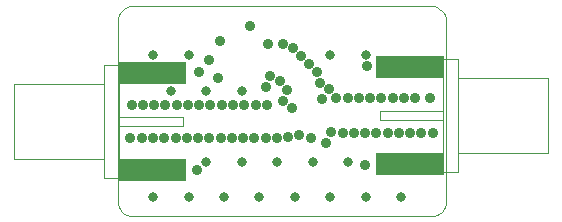
<source format=gbs>
G04 Layer_Color=16711935*
%FSLAX25Y25*%
%MOIN*%
G70*
G01*
G75*
%ADD10C,0.00394*%
%ADD30R,0.22847X0.07296*%
%ADD31C,0.03556*%
%ADD32C,0.03162*%
D10*
X590500Y105000D02*
X590596Y104025D01*
X590881Y103087D01*
X591343Y102222D01*
X591964Y101464D01*
X592722Y100843D01*
X593587Y100381D01*
X594524Y100096D01*
X595500Y100000D01*
X695000D02*
X695975Y100096D01*
X696913Y100381D01*
X697778Y100843D01*
X698535Y101464D01*
X699157Y102222D01*
X699619Y103087D01*
X699904Y104025D01*
X700000Y105000D01*
Y165000D02*
X699904Y165975D01*
X699619Y166913D01*
X699157Y167778D01*
X698535Y168535D01*
X697778Y169157D01*
X696913Y169619D01*
X695975Y169904D01*
X695000Y170000D01*
X595500D02*
X594524Y169904D01*
X593587Y169619D01*
X592722Y169157D01*
X591964Y168535D01*
X591343Y167778D01*
X590881Y166913D01*
X590596Y165975D01*
X590500Y165000D01*
X595500Y100000D02*
X695000D01*
X700000Y105000D02*
Y165000D01*
X595500Y170000D02*
X695000D01*
X590500Y105000D02*
Y165000D01*
X590976Y117760D02*
X612157D01*
X612157Y112760D02*
Y117760D01*
X590976Y112760D02*
Y150240D01*
X612157Y130004D02*
Y132996D01*
X590976Y130004D02*
X612157D01*
X590976Y132996D02*
X612157D01*
Y145240D02*
Y150240D01*
X590976Y145240D02*
X612157D01*
X585976Y112760D02*
X612157D01*
X585976Y150240D02*
X612157D01*
X585976Y112760D02*
Y150240D01*
X555976Y144000D02*
X585976D01*
X555976Y119000D02*
Y144000D01*
Y119000D02*
X585976D01*
X677843Y147240D02*
X699024D01*
X677843Y147240D02*
Y152240D01*
X699024Y114760D02*
Y152240D01*
X677843Y132004D02*
Y134996D01*
X699024D01*
X677843Y132004D02*
X699024D01*
X677843Y114760D02*
Y119760D01*
X677843Y119760D02*
X699024D01*
X677843Y152240D02*
X704024D01*
X677843Y114760D02*
X704024D01*
Y152240D01*
Y121000D02*
X734024D01*
Y146000D01*
X704024D02*
X734024D01*
D30*
X602000Y115260D02*
D03*
Y147740D02*
D03*
X688000Y149740D02*
D03*
Y117260D02*
D03*
D31*
X658500Y139000D02*
D03*
X645500Y138500D02*
D03*
X648500Y136000D02*
D03*
X651000Y127000D02*
D03*
X660000Y124500D02*
D03*
X655000Y126000D02*
D03*
X661000Y142500D02*
D03*
X640000Y143000D02*
D03*
X624000Y146000D02*
D03*
X621000Y152000D02*
D03*
X624500Y158500D02*
D03*
X634500Y163500D02*
D03*
X673000Y117000D02*
D03*
X673500Y150000D02*
D03*
X617000Y115500D02*
D03*
X617500Y148000D02*
D03*
X640260Y136903D02*
D03*
X636504D02*
D03*
X632748D02*
D03*
X628992D02*
D03*
X625236D02*
D03*
X621481D02*
D03*
X617725D02*
D03*
X613969D02*
D03*
X610213D02*
D03*
X606457D02*
D03*
X602701D02*
D03*
X598945D02*
D03*
X595189D02*
D03*
X594797Y126097D02*
D03*
X598553D02*
D03*
X602308D02*
D03*
X606064D02*
D03*
X609820D02*
D03*
X613576D02*
D03*
X617332D02*
D03*
X621088D02*
D03*
X624844D02*
D03*
X628600D02*
D03*
X632356D02*
D03*
X636112D02*
D03*
X639867D02*
D03*
X643623D02*
D03*
X647373Y126316D02*
D03*
X640693Y157403D02*
D03*
X641289Y146597D02*
D03*
X644741Y145118D02*
D03*
X647097Y142193D02*
D03*
X657903Y144267D02*
D03*
X657025Y147919D02*
D03*
X654469Y150671D02*
D03*
X651814Y153327D02*
D03*
X649139Y155964D02*
D03*
X645657Y157372D02*
D03*
X689748Y139300D02*
D03*
X685992D02*
D03*
X682236D02*
D03*
X678480D02*
D03*
X674724D02*
D03*
X670969D02*
D03*
X667213D02*
D03*
X663457Y139249D02*
D03*
X661777Y128174D02*
D03*
X665503Y127700D02*
D03*
X669259D02*
D03*
X673015D02*
D03*
X676771D02*
D03*
X680527D02*
D03*
X684283D02*
D03*
X688039D02*
D03*
X691794D02*
D03*
X695549Y127817D02*
D03*
X694657Y139269D02*
D03*
D32*
X685039Y106299D02*
D03*
X673228Y153543D02*
D03*
Y106299D02*
D03*
X661417Y153543D02*
D03*
X667323Y118110D02*
D03*
X661417Y106299D02*
D03*
X655512Y118110D02*
D03*
X649606Y106299D02*
D03*
X643701Y118110D02*
D03*
X637795Y106299D02*
D03*
X631890Y141732D02*
D03*
Y118110D02*
D03*
X625984Y106299D02*
D03*
X614173Y153543D02*
D03*
X620079Y141732D02*
D03*
Y118110D02*
D03*
X614173Y106299D02*
D03*
X602362Y153543D02*
D03*
X608267Y141732D02*
D03*
X602362Y106299D02*
D03*
M02*

</source>
